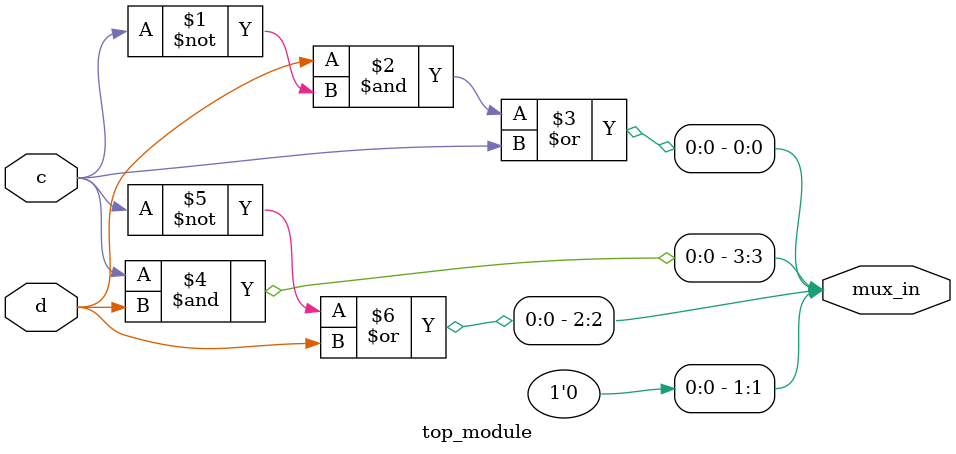
<source format=sv>
module top_module (
    input c,
    input d,
    output [3:0] mux_in
);

    // Correct value assignments based on the Karnaugh map
    
    // ab = 00 values for cd
    assign mux_in[0] = (d & ~c) | c;   // When ab = 00: 00 -> 0, 01 -> 1, 11 -> 1, 10 -> 1
    
    // ab = 01 values for cd
    assign mux_in[1] = 0;  // All values are 0

    // ab = 11 values for cd
    assign mux_in[3] = c & d;  // When ab = 11: 00 -> 0, 01 -> 0, 11 -> 1, 10 -> 0

    // ab = 10 values for cd
    assign mux_in[2] = ~c | d;  // When ab = 10: 00 -> 1, 01 -> 0, 11 -> 1, 10 -> 1

endmodule

</source>
